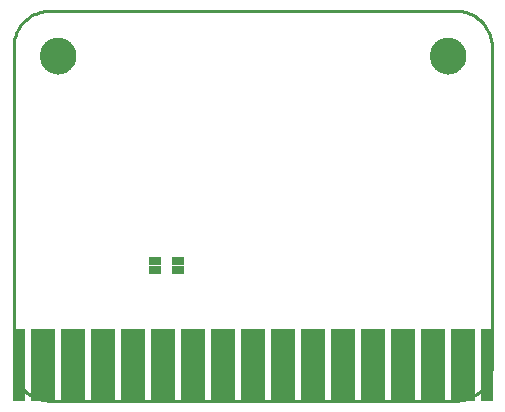
<source format=gbs>
G75*
G70*
%OFA0B0*%
%FSLAX24Y24*%
%IPPOS*%
%LPD*%
%AMOC8*
5,1,8,0,0,1.08239X$1,22.5*
%
%ADD10C,0.0100*%
%ADD11R,0.0827X0.2402*%
%ADD12R,0.0434X0.2402*%
%ADD13C,0.0000*%
%ADD14C,0.1221*%
%ADD15R,0.0390X0.0280*%
D10*
X000278Y001364D02*
X000278Y011956D01*
X000280Y012023D01*
X000286Y012090D01*
X000295Y012157D01*
X000308Y012223D01*
X000325Y012288D01*
X000345Y012352D01*
X000369Y012415D01*
X000397Y012477D01*
X000428Y012536D01*
X000462Y012594D01*
X000499Y012650D01*
X000540Y012704D01*
X000583Y012756D01*
X000629Y012805D01*
X000678Y012851D01*
X000730Y012894D01*
X000784Y012935D01*
X000840Y012972D01*
X000898Y013006D01*
X000957Y013037D01*
X001019Y013065D01*
X001082Y013089D01*
X001146Y013109D01*
X001211Y013126D01*
X001277Y013139D01*
X001344Y013148D01*
X001411Y013154D01*
X001478Y013156D01*
X015022Y013156D01*
X015089Y013154D01*
X015156Y013148D01*
X015223Y013139D01*
X015289Y013126D01*
X015354Y013109D01*
X015418Y013089D01*
X015481Y013065D01*
X015543Y013037D01*
X015602Y013006D01*
X015660Y012972D01*
X015716Y012935D01*
X015770Y012894D01*
X015822Y012851D01*
X015871Y012805D01*
X015917Y012756D01*
X015960Y012704D01*
X016001Y012650D01*
X016038Y012594D01*
X016072Y012536D01*
X016103Y012477D01*
X016131Y012415D01*
X016155Y012352D01*
X016175Y012288D01*
X016192Y012223D01*
X016205Y012157D01*
X016214Y012090D01*
X016220Y012023D01*
X016222Y011956D01*
X016222Y001364D01*
X016220Y001297D01*
X016214Y001230D01*
X016205Y001163D01*
X016192Y001097D01*
X016175Y001032D01*
X016155Y000968D01*
X016131Y000905D01*
X016103Y000843D01*
X016072Y000784D01*
X016038Y000726D01*
X016001Y000670D01*
X015960Y000616D01*
X015917Y000564D01*
X015871Y000515D01*
X015822Y000469D01*
X015770Y000426D01*
X015716Y000385D01*
X015660Y000348D01*
X015602Y000314D01*
X015543Y000283D01*
X015481Y000255D01*
X015418Y000231D01*
X015354Y000211D01*
X015289Y000194D01*
X015223Y000181D01*
X015156Y000172D01*
X015089Y000166D01*
X015022Y000164D01*
X001478Y000164D01*
X001411Y000166D01*
X001344Y000172D01*
X001277Y000181D01*
X001211Y000194D01*
X001146Y000211D01*
X001082Y000231D01*
X001019Y000255D01*
X000957Y000283D01*
X000898Y000314D01*
X000840Y000348D01*
X000784Y000385D01*
X000730Y000426D01*
X000678Y000469D01*
X000629Y000515D01*
X000583Y000564D01*
X000540Y000616D01*
X000499Y000670D01*
X000462Y000726D01*
X000428Y000784D01*
X000397Y000843D01*
X000369Y000905D01*
X000345Y000968D01*
X000325Y001032D01*
X000308Y001097D01*
X000295Y001163D01*
X000286Y001230D01*
X000280Y001297D01*
X000278Y001364D01*
D11*
X001250Y001348D03*
X002250Y001348D03*
X003250Y001348D03*
X004250Y001348D03*
X005250Y001348D03*
X006250Y001348D03*
X007250Y001348D03*
X008250Y001348D03*
X009250Y001348D03*
X010250Y001348D03*
X011250Y001348D03*
X012250Y001348D03*
X013250Y001348D03*
X014250Y001348D03*
X015250Y001348D03*
D12*
X016045Y001348D03*
X000455Y001348D03*
D13*
X001159Y011660D02*
X001161Y011708D01*
X001167Y011756D01*
X001177Y011803D01*
X001190Y011849D01*
X001208Y011894D01*
X001228Y011938D01*
X001253Y011980D01*
X001281Y012019D01*
X001311Y012056D01*
X001345Y012090D01*
X001382Y012122D01*
X001420Y012151D01*
X001461Y012176D01*
X001504Y012198D01*
X001549Y012216D01*
X001595Y012230D01*
X001642Y012241D01*
X001690Y012248D01*
X001738Y012251D01*
X001786Y012250D01*
X001834Y012245D01*
X001882Y012236D01*
X001928Y012224D01*
X001973Y012207D01*
X002017Y012187D01*
X002059Y012164D01*
X002099Y012137D01*
X002137Y012107D01*
X002172Y012074D01*
X002204Y012038D01*
X002234Y012000D01*
X002260Y011959D01*
X002282Y011916D01*
X002302Y011872D01*
X002317Y011827D01*
X002329Y011780D01*
X002337Y011732D01*
X002341Y011684D01*
X002341Y011636D01*
X002337Y011588D01*
X002329Y011540D01*
X002317Y011493D01*
X002302Y011448D01*
X002282Y011404D01*
X002260Y011361D01*
X002234Y011320D01*
X002204Y011282D01*
X002172Y011246D01*
X002137Y011213D01*
X002099Y011183D01*
X002059Y011156D01*
X002017Y011133D01*
X001973Y011113D01*
X001928Y011096D01*
X001882Y011084D01*
X001834Y011075D01*
X001786Y011070D01*
X001738Y011069D01*
X001690Y011072D01*
X001642Y011079D01*
X001595Y011090D01*
X001549Y011104D01*
X001504Y011122D01*
X001461Y011144D01*
X001420Y011169D01*
X001382Y011198D01*
X001345Y011230D01*
X001311Y011264D01*
X001281Y011301D01*
X001253Y011340D01*
X001228Y011382D01*
X001208Y011426D01*
X001190Y011471D01*
X001177Y011517D01*
X001167Y011564D01*
X001161Y011612D01*
X001159Y011660D01*
X014159Y011660D02*
X014161Y011708D01*
X014167Y011756D01*
X014177Y011803D01*
X014190Y011849D01*
X014208Y011894D01*
X014228Y011938D01*
X014253Y011980D01*
X014281Y012019D01*
X014311Y012056D01*
X014345Y012090D01*
X014382Y012122D01*
X014420Y012151D01*
X014461Y012176D01*
X014504Y012198D01*
X014549Y012216D01*
X014595Y012230D01*
X014642Y012241D01*
X014690Y012248D01*
X014738Y012251D01*
X014786Y012250D01*
X014834Y012245D01*
X014882Y012236D01*
X014928Y012224D01*
X014973Y012207D01*
X015017Y012187D01*
X015059Y012164D01*
X015099Y012137D01*
X015137Y012107D01*
X015172Y012074D01*
X015204Y012038D01*
X015234Y012000D01*
X015260Y011959D01*
X015282Y011916D01*
X015302Y011872D01*
X015317Y011827D01*
X015329Y011780D01*
X015337Y011732D01*
X015341Y011684D01*
X015341Y011636D01*
X015337Y011588D01*
X015329Y011540D01*
X015317Y011493D01*
X015302Y011448D01*
X015282Y011404D01*
X015260Y011361D01*
X015234Y011320D01*
X015204Y011282D01*
X015172Y011246D01*
X015137Y011213D01*
X015099Y011183D01*
X015059Y011156D01*
X015017Y011133D01*
X014973Y011113D01*
X014928Y011096D01*
X014882Y011084D01*
X014834Y011075D01*
X014786Y011070D01*
X014738Y011069D01*
X014690Y011072D01*
X014642Y011079D01*
X014595Y011090D01*
X014549Y011104D01*
X014504Y011122D01*
X014461Y011144D01*
X014420Y011169D01*
X014382Y011198D01*
X014345Y011230D01*
X014311Y011264D01*
X014281Y011301D01*
X014253Y011340D01*
X014228Y011382D01*
X014208Y011426D01*
X014190Y011471D01*
X014177Y011517D01*
X014167Y011564D01*
X014161Y011612D01*
X014159Y011660D01*
D14*
X014750Y011660D03*
X001750Y011660D03*
D15*
X005000Y004810D03*
X005000Y004510D03*
X005750Y004510D03*
X005750Y004810D03*
M02*

</source>
